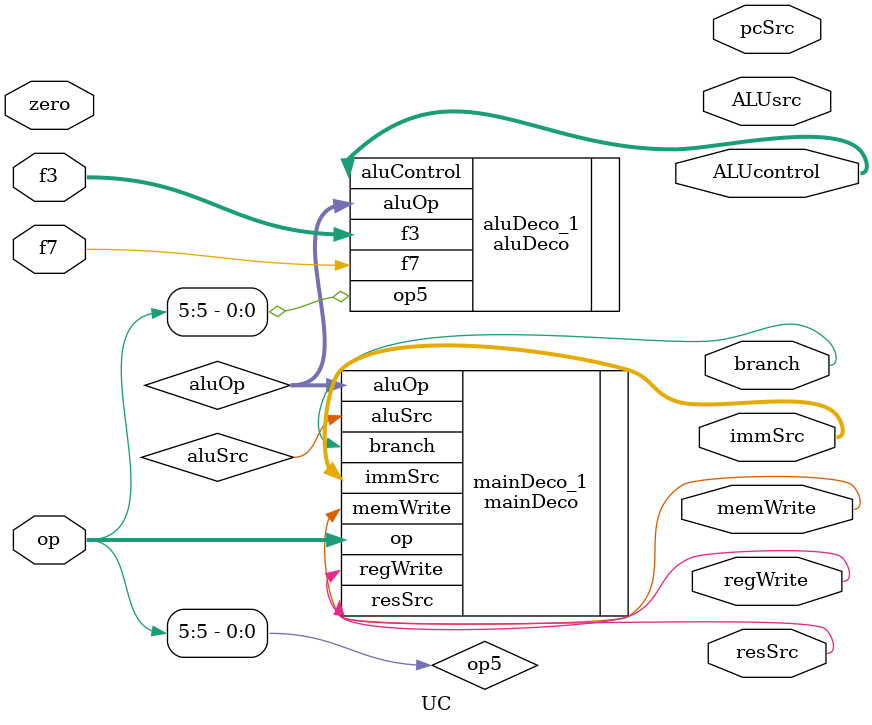
<source format=v>
module UC(
    input wire f7,
    input wire [2:0] f3,
    input wire [6:0] op,
    input wire zero,
    output wire pcSrc, branch, resSrc, memWrite, ALUsrc, regWrite,
    output wire [2:0] ALUcontrol,
    output wire [1:0] immSrc
);

wire [1:0] aluOp;
// output reg main_branch, main_memWrite, main_aluSrc, main_regWrite,
// output reg [1:0] main_resSrc, main_immSrc, main_aluOp;

mainDeco mainDeco_1(
    .op(op),
    .branch(branch),
    .immSrc(immSrc),
    .memWrite(memWrite),
    .resSrc(resSrc),
    .aluSrc(aluSrc),
    .regWrite(regWrite),
    .aluOp(aluOp)
);

wire op5;
assign op5 = op[5];
// output reg [2:0] alu_aluControl;

aluDeco aluDeco_1(
    .op5(op5),
    .f3(f3),
    .f7(f7),
    .aluOp(aluOp),
    .aluControl(ALUcontrol)
);

endmodule
</source>
